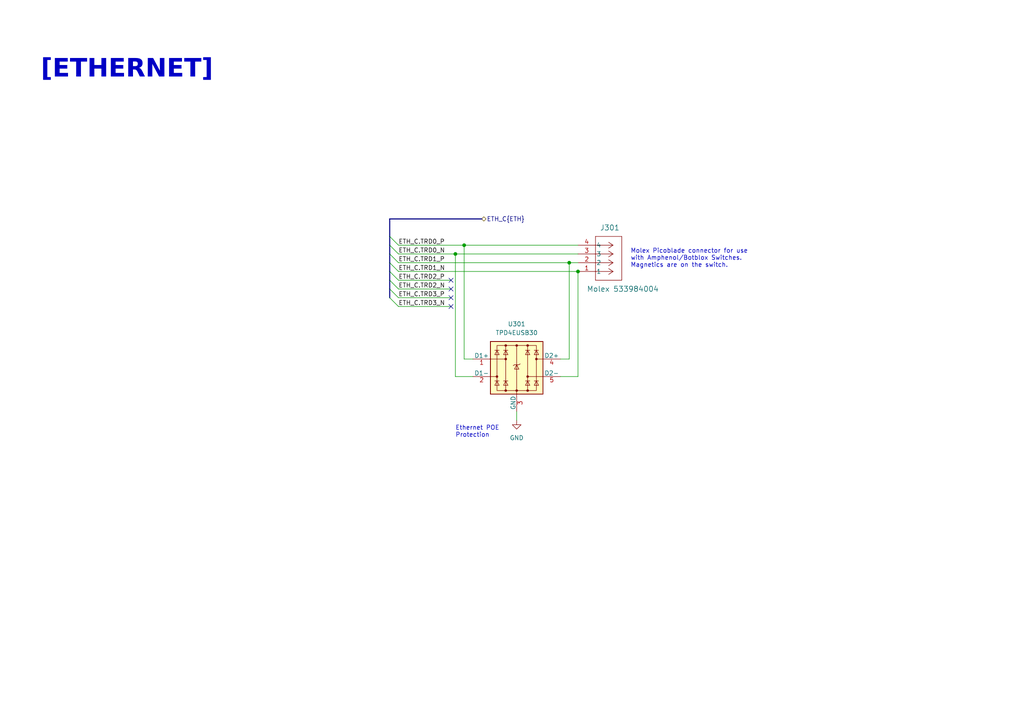
<source format=kicad_sch>
(kicad_sch (version 20231120) (generator "eeschema") (generator_version "8.0")
  (paper "A4")
  (title_block (title "bac SBC Raspberry Pi CM5 Carrier Board v1") (date "2025-03-23") (rev "1") (company "Build a CubeSat") (comment 1 "Original: P. Colangeli, respin: M. Imboden") (comment 2 "CERN-OHL-S-2.0") (comment 3 "https://buildacubesat.space") (comment 4 "Respun from \"CM5 MINIMA REV2\" by Pierluigi Colangeli") (comment 5 "https://github.com/piecol/CM5_MINIMA_REV2") (comment 6 "Thanks, Pier!"))
  (lib_symbols
    (symbol "CM4IO:TPD4EUSB30" (pin_names (offset 0))
      (property "Reference" "U" (at -0.635 8.89 0))
      (property "Value" "TPD4EUSB30" (at 8.89 -10.16 0))
      (symbol "TPD4EUSB30_0_0"
        (rectangle (start -5.715 6.477) (end 5.715 -6.604))
        (polyline (pts (xy -3.175 -6.604) (xy -3.175 6.477)))
        (polyline (pts (xy 0 6.477) (xy 0 -6.604)))
        (polyline (pts (xy 3.175 6.477) (xy 3.175 -6.604)))
      )
      (symbol "TPD4EUSB30_0_1"
        (rectangle (start -7.62 7.62) (end 7.62 -7.62) (stroke (width 0.254)) (fill (type background)))
        (circle (center -5.715 -2.54) (radius 0.2794) (fill (type outline)))
        (circle (center -3.175 -6.604) (radius 0.2794) (fill (type outline)))
        (circle (center -3.175 2.54) (radius 0.2794) (fill (type outline)))
        (circle (center -3.175 6.477) (radius 0.2794) (fill (type outline)))
        (circle (center 0 -6.604) (radius 0.2794) (fill (type outline)))
        (polyline (pts (xy -7.747 2.54) (xy -3.175 2.54)))
        (polyline (pts (xy -7.62 -2.54) (xy -5.715 -2.54)))
        (polyline (pts (xy -5.08 -3.81) (xy -6.35 -3.81)))
        (polyline (pts (xy -5.08 5.08) (xy -6.35 5.08)))
        (polyline (pts (xy -2.54 -3.81) (xy -3.81 -3.81)))
        (polyline (pts (xy -2.54 5.08) (xy -3.81 5.08)))
        (polyline (pts (xy -0.635 0.889) (xy -1.016 0.635)))
        (polyline (pts (xy 0 -6.604) (xy 0 -7.62)))
        (polyline (pts (xy 0.635 0.889) (xy -0.635 0.889)))
        (polyline (pts (xy 0.635 0.889) (xy 1.016 1.143)))
        (polyline (pts (xy 3.81 -3.81) (xy 2.54 -3.81)))
        (polyline (pts (xy 3.81 5.08) (xy 2.54 5.08)))
        (polyline (pts (xy 6.35 -3.81) (xy 5.08 -3.81)))
        (polyline (pts (xy 6.35 5.08) (xy 5.08 5.08)))
        (polyline (pts (xy 7.62 -2.54) (xy 3.175 -2.54)))
        (polyline (pts (xy 7.62 2.54) (xy 5.715 2.54)))
        (polyline (pts (xy -5.08 -5.08) (xy -6.35 -5.08) (xy -5.715 -3.81) (xy -5.08 -5.08)))
        (polyline (pts (xy -5.08 3.81) (xy -6.35 3.81) (xy -5.715 5.08) (xy -5.08 3.81)))
        (polyline (pts (xy -2.54 -5.08) (xy -3.81 -5.08) (xy -3.175 -3.81) (xy -2.54 -5.08)))
        (polyline (pts (xy -2.54 3.81) (xy -3.81 3.81) (xy -3.175 5.08) (xy -2.54 3.81)))
        (polyline (pts (xy 0.635 -0.381) (xy -0.635 -0.381) (xy 0 0.889) (xy 0.635 -0.381)))
        (polyline (pts (xy 3.81 -5.08) (xy 2.54 -5.08) (xy 3.175 -3.81) (xy 3.81 -5.08)))
        (polyline (pts (xy 3.81 3.81) (xy 2.54 3.81) (xy 3.175 5.08) (xy 3.81 3.81)))
        (polyline (pts (xy 6.35 -5.08) (xy 5.08 -5.08) (xy 5.715 -3.81) (xy 6.35 -5.08)))
        (polyline (pts (xy 6.35 3.81) (xy 5.08 3.81) (xy 5.715 5.08) (xy 6.35 3.81)))
        (circle (center 0 6.477) (radius 0.2794) (fill (type outline)))
        (circle (center 3.175 -6.604) (radius 0.2794) (fill (type outline)))
        (circle (center 3.175 -2.54) (radius 0.2794) (fill (type outline)))
        (circle (center 3.175 6.477) (radius 0.2794) (fill (type outline)))
        (circle (center 5.715 2.54) (radius 0.2794) (fill (type outline)))
      )
      (symbol "TPD4EUSB30_1_1"
        (pin passive line (at -12.7 2.54 0) (length 5.08) (name "D1+") (number "1"))
        (pin passive line (at -12.7 2.54 0) (length 5.08) hide (name "~") (number "10"))
        (pin passive line (at -12.7 -2.54 0) (length 5.08) (name "D1-") (number "2"))
        (pin power_in line (at 0 -12.7 90) (length 5.08) (name "GND") (number "3"))
        (pin passive line (at 12.7 2.54 180) (length 5.08) (name "D2+") (number "4"))
        (pin passive line (at 12.7 -2.54 180) (length 5.08) (name "D2-") (number "5"))
        (pin passive line (at 12.7 -2.54 180) (length 5.08) hide (name "~") (number "6"))
        (pin passive line (at 12.7 2.54 180) (length 5.08) hide (name "~") (number "7"))
        (pin passive line (at 0 -12.7 90) (length 5.08) hide (name "GND") (number "8"))
        (pin passive line (at -12.7 -2.54 0) (length 5.08) hide (name "~") (number "9"))
      )
    )
    (symbol "GND_1" (power) (pin_numbers hide) (pin_names (offset 0) hide)
      (property "Value" "GND" (at 0 -3.81 0))
      (symbol "GND_1_0_1"
        (polyline (pts (xy 0 0) (xy 0 -1.27) (xy 1.27 -1.27) (xy 0 -2.54) (xy -1.27 -1.27) (xy 0 -1.27)))
      )
      (symbol "GND_1_1_1"
        (pin power_in line (at 0 0 270) (length 0) (name "~") (number "1"))
      )
    )
    (symbol "bac CM5 Carrier Board v1:Molex 533984004" (pin_names (offset 0.254))
      (property "Reference" "J" (at -0.254 8.128 0))
      (property "Value" "Molex 533984004" (at 0.254 -8.89 0))
      (symbol "Molex 533984004_1_1"
        (polyline (pts (xy -3.81 -6.35) (xy 3.81 -6.35)))
        (polyline (pts (xy -3.81 6.35) (xy -3.81 -6.35)))
        (polyline (pts (xy 1.27 -3.81) (xy -3.81 -3.81)))
        (polyline (pts (xy 1.27 -3.81) (xy 0 -4.6567)))
        (polyline (pts (xy 1.27 -3.81) (xy 0 -2.9633)))
        (polyline (pts (xy 1.27 -1.27) (xy -3.81 -1.27)))
        (polyline (pts (xy 1.27 -1.27) (xy 0 -2.1167)))
        (polyline (pts (xy 1.27 -1.27) (xy 0 -0.4233)))
        (polyline (pts (xy 1.27 1.27) (xy -3.81 1.27)))
        (polyline (pts (xy 1.27 1.27) (xy 0 0.4233)))
        (polyline (pts (xy 1.27 1.27) (xy 0 2.1167)))
        (polyline (pts (xy 1.27 3.81) (xy -3.81 3.81)))
        (polyline (pts (xy 1.27 3.81) (xy 0 2.9633)))
        (polyline (pts (xy 1.27 3.81) (xy 0 4.6567)))
        (polyline (pts (xy 3.81 -6.35) (xy 3.81 6.35)))
        (polyline (pts (xy 3.81 6.35) (xy -3.81 6.35)))
        (pin unspecified line (at -8.89 3.81 0) (length 5.08) (name "1") (number "1"))
        (pin unspecified line (at -8.89 1.27 0) (length 5.08) (name "2") (number "2"))
        (pin unspecified line (at -8.89 -1.27 0) (length 5.08) (name "3") (number "3"))
        (pin unspecified line (at -8.89 -3.81 0) (length 5.08) (name "4") (number "4"))
      )
      (symbol "Molex 533984004_1_2"
        (polyline (pts (xy 5.08 -10.16) (xy 12.7 -10.16)))
        (polyline (pts (xy 5.08 2.54) (xy 5.08 -10.16)))
        (polyline (pts (xy 7.62 -7.62) (xy 5.08 -7.62)))
        (polyline (pts (xy 7.62 -7.62) (xy 8.89 -8.4667)))
        (polyline (pts (xy 7.62 -7.62) (xy 8.89 -6.7733)))
        (polyline (pts (xy 7.62 -5.08) (xy 5.08 -5.08)))
        (polyline (pts (xy 7.62 -5.08) (xy 8.89 -5.9267)))
        (polyline (pts (xy 7.62 -5.08) (xy 8.89 -4.2333)))
        (polyline (pts (xy 7.62 -2.54) (xy 5.08 -2.54)))
        (polyline (pts (xy 7.62 -2.54) (xy 8.89 -3.3867)))
        (polyline (pts (xy 7.62 -2.54) (xy 8.89 -1.6933)))
        (polyline (pts (xy 7.62 0) (xy 5.08 0)))
        (polyline (pts (xy 7.62 0) (xy 8.89 -0.8467)))
        (polyline (pts (xy 7.62 0) (xy 8.89 0.8467)))
        (polyline (pts (xy 12.7 -10.16) (xy 12.7 2.54)))
        (polyline (pts (xy 12.7 2.54) (xy 5.08 2.54)))
        (pin unspecified line (at 0 0 0) (length 5.08) (name "1") (number "1"))
        (pin unspecified line (at 0 -2.54 0) (length 5.08) (name "2") (number "2"))
        (pin unspecified line (at 0 -5.08 0) (length 5.08) (name "3") (number "3"))
        (pin unspecified line (at 0 -7.62 0) (length 5.08) (name "4") (number "4"))
      )
    )
  )
  (bus_alias "ETH" (members "TRD0_P" "TRD0_N" "TRD1_P" "TRD1_N" "TRD2_P" "TRD2_N" "TRD3_P" "TRD3_N"))
  (junction (at 134.62 71.12))
  (junction (at 132.08 73.66))
  (junction (at 167.64 78.74))
  (junction (at 165.1 76.2))
  (no_connect (at 130.81 81.28))
  (no_connect (at 130.81 86.36))
  (no_connect (at 130.81 88.9))
  (no_connect (at 130.81 83.82))
  (bus_entry (at 113.03 71.12) (size 2.54 2.54))
  (bus_entry (at 113.03 83.82) (size 2.54 2.54))
  (bus_entry (at 113.03 73.66) (size 2.54 2.54))
  (bus_entry (at 113.03 68.58) (size 2.54 2.54))
  (bus_entry (at 113.03 76.2) (size 2.54 2.54))
  (bus_entry (at 113.03 78.74) (size 2.54 2.54))
  (bus_entry (at 113.03 86.36) (size 2.54 2.54))
  (bus_entry (at 113.03 81.28) (size 2.54 2.54))
  (wire (pts (xy 115.57 81.28) (xy 130.81 81.28)))
  (wire (pts (xy 134.62 104.14) (xy 137.16 104.14)))
  (bus (pts (xy 113.03 83.82) (xy 113.03 86.36)))
  (wire (pts (xy 165.1 76.2) (xy 165.1 104.14)))
  (wire (pts (xy 167.64 78.74) (xy 167.64 109.22)))
  (bus (pts (xy 113.03 73.66) (xy 113.03 76.2)))
  (wire (pts (xy 149.86 119.38) (xy 149.86 121.92)))
  (wire (pts (xy 134.62 71.12) (xy 167.64 71.12)))
  (wire (pts (xy 162.56 104.14) (xy 165.1 104.14)))
  (wire (pts (xy 115.57 78.74) (xy 167.64 78.74)))
  (wire (pts (xy 115.57 86.36) (xy 130.81 86.36)))
  (wire (pts (xy 115.57 88.9) (xy 130.81 88.9)))
  (bus (pts (xy 113.03 63.5) (xy 113.03 68.58)))
  (wire (pts (xy 132.08 73.66) (xy 132.08 109.22)))
  (wire (pts (xy 115.57 83.82) (xy 130.81 83.82)))
  (bus (pts (xy 113.03 71.12) (xy 113.03 73.66)))
  (bus (pts (xy 113.03 76.2) (xy 113.03 78.74)))
  (bus (pts (xy 113.03 68.58) (xy 113.03 71.12)))
  (wire (pts (xy 115.57 71.12) (xy 134.62 71.12)))
  (wire (pts (xy 115.57 76.2) (xy 165.1 76.2)))
  (wire (pts (xy 115.57 73.66) (xy 132.08 73.66)))
  (bus (pts (xy 113.03 81.28) (xy 113.03 83.82)))
  (bus (pts (xy 113.03 78.74) (xy 113.03 81.28)))
  (bus (pts (xy 139.7 63.5) (xy 113.03 63.5)))
  (wire (pts (xy 132.08 73.66) (xy 167.64 73.66)))
  (wire (pts (xy 132.08 109.22) (xy 137.16 109.22)))
  (wire (pts (xy 134.62 71.12) (xy 134.62 104.14)))
  (wire (pts (xy 162.56 109.22) (xy 167.64 109.22)))
  (wire (pts (xy 165.1 76.2) (xy 167.64 76.2)))
  (text "Molex Picoblade connector for use\nwith Amphenol/Botblox Switches.\nMagnetics are on the switch." (at 182.88 74.93 0) (effects (font (size 1.27 1.27)) (justify left)))
  (text "[ETHERNET]" (at 36.83 21.59 0) (effects (font (size 5.27 5.27) (bold yes))))
  (text "Ethernet POE\nProtection" (at 132.08 127 0) (effects (font (size 1.27 1.27)) (justify left bottom)))
  (label "ETH_C.TRD2_N" (at 115.57 83.82 0))
  (label "ETH_C.TRD1_P" (at 115.57 76.2 0))
  (label "ETH_C.TRD0_N" (at 115.57 73.66 0))
  (label "ETH_C.TRD0_P" (at 115.57 71.12 0))
  (label "ETH_C.TRD1_N" (at 115.57 78.74 0))
  (label "ETH_C.TRD3_P" (at 115.57 86.36 0))
  (label "ETH_C.TRD2_P" (at 115.57 81.28 0))
  (label "ETH_C.TRD3_N" (at 115.57 88.9 0))
  (hierarchical_label "ETH_C{ETH}" (shape bidirectional) (at 139.7 63.5 0))
  (symbol (lib_name "GND_1") (lib_id "power:GND") (at 149.86 121.92 0) (unit 1)
    (property "Reference" "#PWR0301" (effects (hide yes)))
    (property "Value" "GND" (at 149.86 127 0))
    (property "Description" "Power symbol creates a global label with name \"GND\" , ground" (effects (hide yes)))
  )
  (symbol (lib_id "bac CM5 Carrier Board v1:Molex 533984004") (at 176.53 74.93 0) (mirror x) (unit 1)
    (property "Reference" "J301" (at 173.99 66.04 0) (effects (font (size 1.524 1.524)) (justify left)))
    (property "Value" "Molex 533984004" (at 170.18 83.82 0) (effects (font (size 1.524 1.524)) (justify left)))
    (property "Footprint" "bac CM5 Carrier Board v1:Molex-0533984004" (effects (hide yes)))
    (property "Datasheet" "https://www.molex.com/en-us/products/part-detail/533984004?display=pdf" (effects (hide yes)))
  )
  (symbol (lib_id "CM4IO:TPD4EUSB30") (at 149.86 106.68 0) (unit 1)
    (property "Reference" "U301" (at 149.86 93.98 0))
    (property "Value" "TPD4EUSB30" (at 149.86 96.52 0))
    (property "Footprint" "Package_SON:USON-10_2.5x1.0mm_P0.5mm" (effects (hide yes)))
    (property "Part Description" "Quad TVS diode for high speed signals (USB3, GigE etc.)" (effects (hide yes)))
    (property "P/N" "TPD4EUSB30" (effects (hide yes)))
  )
)
</source>
